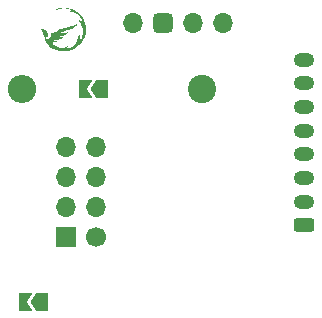
<source format=gbr>
%TF.GenerationSoftware,KiCad,Pcbnew,(6.0.7)*%
%TF.CreationDate,2022-11-20T15:50:49-05:00*%
%TF.ProjectId,CANBurner,43414e42-7572-46e6-9572-2e6b69636164,2.0*%
%TF.SameCoordinates,Original*%
%TF.FileFunction,Soldermask,Bot*%
%TF.FilePolarity,Negative*%
%FSLAX46Y46*%
G04 Gerber Fmt 4.6, Leading zero omitted, Abs format (unit mm)*
G04 Created by KiCad (PCBNEW (6.0.7)) date 2022-11-20 15:50:49*
%MOMM*%
%LPD*%
G01*
G04 APERTURE LIST*
G04 Aperture macros list*
%AMRoundRect*
0 Rectangle with rounded corners*
0 $1 Rounding radius*
0 $2 $3 $4 $5 $6 $7 $8 $9 X,Y pos of 4 corners*
0 Add a 4 corners polygon primitive as box body*
4,1,4,$2,$3,$4,$5,$6,$7,$8,$9,$2,$3,0*
0 Add four circle primitives for the rounded corners*
1,1,$1+$1,$2,$3*
1,1,$1+$1,$4,$5*
1,1,$1+$1,$6,$7*
1,1,$1+$1,$8,$9*
0 Add four rect primitives between the rounded corners*
20,1,$1+$1,$2,$3,$4,$5,0*
20,1,$1+$1,$4,$5,$6,$7,0*
20,1,$1+$1,$6,$7,$8,$9,0*
20,1,$1+$1,$8,$9,$2,$3,0*%
%AMFreePoly0*
4,1,6,1.000000,0.000000,0.500000,-0.750000,-0.500000,-0.750000,-0.500000,0.750000,0.500000,0.750000,1.000000,0.000000,1.000000,0.000000,$1*%
%AMFreePoly1*
4,1,6,0.500000,-0.750000,-0.650000,-0.750000,-0.150000,0.000000,-0.650000,0.750000,0.500000,0.750000,0.500000,-0.750000,0.500000,-0.750000,$1*%
G04 Aperture macros list end*
%ADD10O,1.700000X1.700000*%
%ADD11RoundRect,0.425000X-0.425000X0.425000X-0.425000X-0.425000X0.425000X-0.425000X0.425000X0.425000X0*%
%ADD12RoundRect,0.300000X0.575000X-0.300000X0.575000X0.300000X-0.575000X0.300000X-0.575000X-0.300000X0*%
%ADD13O,1.750000X1.200000*%
%ADD14C,2.400000*%
%ADD15O,2.400000X2.400000*%
%ADD16R,1.700000X1.700000*%
%ADD17C,1.700000*%
%ADD18FreePoly0,180.000000*%
%ADD19FreePoly1,180.000000*%
G04 APERTURE END LIST*
%TO.C,G\u002A\u002A\u002A*%
G36*
X71530419Y-21054503D02*
G01*
X71783220Y-21114928D01*
X71820207Y-21126978D01*
X72064387Y-21227488D01*
X72285774Y-21355810D01*
X72482793Y-21509483D01*
X72653867Y-21686047D01*
X72797421Y-21883041D01*
X72911879Y-22098006D01*
X72995665Y-22328480D01*
X73047202Y-22572003D01*
X73064916Y-22826114D01*
X73047229Y-23088354D01*
X73011760Y-23281338D01*
X72936040Y-23525837D01*
X72828316Y-23751093D01*
X72688394Y-23957496D01*
X72516076Y-24145436D01*
X72439779Y-24213851D01*
X72228246Y-24370101D01*
X71995127Y-24499618D01*
X71746347Y-24599400D01*
X71487830Y-24666445D01*
X71466952Y-24670066D01*
X71359980Y-24681347D01*
X71220050Y-24686406D01*
X71045184Y-24685328D01*
X70949636Y-24682913D01*
X70849038Y-24678655D01*
X70769825Y-24672195D01*
X70702863Y-24662447D01*
X70639018Y-24648327D01*
X70569156Y-24628748D01*
X70538233Y-24619237D01*
X70310163Y-24529902D01*
X70108621Y-24415190D01*
X69934508Y-24276086D01*
X69788727Y-24113574D01*
X69672182Y-23928639D01*
X69585773Y-23722266D01*
X69530405Y-23495440D01*
X69526815Y-23475502D01*
X69508354Y-23400373D01*
X69479455Y-23316983D01*
X69437125Y-23217427D01*
X69378372Y-23093800D01*
X69355063Y-23046692D01*
X69309361Y-22956170D01*
X69268766Y-22878076D01*
X69236993Y-22819499D01*
X69217760Y-22787525D01*
X69185827Y-22743106D01*
X69259799Y-22780691D01*
X69271308Y-22786254D01*
X69331622Y-22811524D01*
X69410084Y-22840604D01*
X69492754Y-22868253D01*
X69520543Y-22877197D01*
X69595532Y-22903352D01*
X69656967Y-22927574D01*
X69693677Y-22945564D01*
X69695497Y-22946788D01*
X69735566Y-22989280D01*
X69778470Y-23059592D01*
X69819752Y-23149311D01*
X69854957Y-23250025D01*
X69884660Y-23350138D01*
X69836559Y-23338066D01*
X69820585Y-23334276D01*
X69799322Y-23334514D01*
X69794495Y-23354040D01*
X69801234Y-23401612D01*
X69804184Y-23450428D01*
X69795984Y-23476476D01*
X69781064Y-23474491D01*
X69763962Y-23439823D01*
X69750653Y-23418075D01*
X69717942Y-23402415D01*
X69686242Y-23413979D01*
X69666545Y-23449925D01*
X69662580Y-23501710D01*
X69672722Y-23560561D01*
X69695347Y-23617703D01*
X69728827Y-23664362D01*
X69771540Y-23691764D01*
X69818703Y-23692387D01*
X69881365Y-23668384D01*
X69945191Y-23623934D01*
X69999990Y-23564706D01*
X70028940Y-23520929D01*
X70073899Y-23416306D01*
X70084666Y-23306993D01*
X70062492Y-23185396D01*
X70060794Y-23179282D01*
X70059884Y-23160820D01*
X70074100Y-23150390D01*
X70110871Y-23145231D01*
X70177621Y-23142581D01*
X70243376Y-23138227D01*
X70317310Y-23123796D01*
X70390142Y-23095781D01*
X70471450Y-23050308D01*
X70570816Y-22983500D01*
X70602014Y-22962530D01*
X70700903Y-22907248D01*
X70820411Y-22855620D01*
X70964719Y-22806156D01*
X71138005Y-22757368D01*
X71344448Y-22707764D01*
X71442879Y-22685393D01*
X71615558Y-22644539D01*
X71758225Y-22607839D01*
X71875424Y-22573638D01*
X71971700Y-22540281D01*
X72051597Y-22506113D01*
X72119659Y-22469479D01*
X72180431Y-22428725D01*
X72238457Y-22382195D01*
X72273484Y-22353624D01*
X72309885Y-22328120D01*
X72327386Y-22321682D01*
X72328520Y-22330460D01*
X72313867Y-22364170D01*
X72281966Y-22414920D01*
X72237911Y-22475833D01*
X72186796Y-22540028D01*
X72133713Y-22600626D01*
X72083757Y-22650747D01*
X72019463Y-22705339D01*
X71937851Y-22762940D01*
X71845842Y-22814577D01*
X71738119Y-22862577D01*
X71609367Y-22909266D01*
X71454271Y-22956971D01*
X71267515Y-23008019D01*
X71267406Y-23008048D01*
X71135565Y-23044728D01*
X71027303Y-23079297D01*
X70945907Y-23110496D01*
X70894660Y-23137068D01*
X70876848Y-23157751D01*
X70879879Y-23165545D01*
X70911301Y-23181182D01*
X70972763Y-23191394D01*
X71059230Y-23195564D01*
X71165666Y-23193075D01*
X71266065Y-23183991D01*
X71345558Y-23166526D01*
X71417070Y-23137536D01*
X71458970Y-23118409D01*
X71497799Y-23104942D01*
X71512784Y-23106012D01*
X71505540Y-23119973D01*
X71477823Y-23154271D01*
X71436461Y-23198178D01*
X71411214Y-23222088D01*
X71345558Y-23272935D01*
X71267441Y-23317403D01*
X71171903Y-23357404D01*
X71053980Y-23394847D01*
X70908709Y-23431644D01*
X70731128Y-23469703D01*
X70702076Y-23479858D01*
X70700333Y-23494136D01*
X70730099Y-23508566D01*
X70788392Y-23520503D01*
X70826230Y-23523128D01*
X70906001Y-23521263D01*
X70996879Y-23513378D01*
X71083373Y-23500972D01*
X71149993Y-23485542D01*
X71153203Y-23484581D01*
X71166079Y-23486242D01*
X71153879Y-23503447D01*
X71122247Y-23531805D01*
X71076826Y-23566926D01*
X71023258Y-23604418D01*
X70967187Y-23639892D01*
X70914256Y-23668957D01*
X70877064Y-23686882D01*
X70829983Y-23706537D01*
X70784334Y-23719276D01*
X70730407Y-23726868D01*
X70658493Y-23731080D01*
X70558881Y-23733682D01*
X70550450Y-23733864D01*
X70461787Y-23736897D01*
X70388136Y-23741388D01*
X70336961Y-23746760D01*
X70315729Y-23752438D01*
X70315184Y-23760251D01*
X70336464Y-23781780D01*
X70380685Y-23807027D01*
X70438935Y-23831935D01*
X70502304Y-23852446D01*
X70561882Y-23864505D01*
X70660804Y-23876221D01*
X70531383Y-23919878D01*
X70458522Y-23940744D01*
X70377215Y-23957221D01*
X70312086Y-23963535D01*
X70282005Y-23964251D01*
X70238129Y-23972439D01*
X70224338Y-23993299D01*
X70239629Y-24031213D01*
X70282997Y-24090560D01*
X70362825Y-24177546D01*
X70499374Y-24283305D01*
X70652697Y-24359889D01*
X70817934Y-24406546D01*
X70990222Y-24422524D01*
X71164702Y-24407073D01*
X71336512Y-24359439D01*
X71500792Y-24278872D01*
X71540372Y-24255992D01*
X71581149Y-24236147D01*
X71600419Y-24231975D01*
X71600761Y-24232483D01*
X71589697Y-24248548D01*
X71555762Y-24278570D01*
X71506847Y-24316641D01*
X71450841Y-24356855D01*
X71395637Y-24393305D01*
X71349124Y-24420085D01*
X71316285Y-24438209D01*
X71291678Y-24459297D01*
X71301836Y-24469754D01*
X71345965Y-24469184D01*
X71423270Y-24457189D01*
X71626193Y-24408002D01*
X71819421Y-24334667D01*
X71983490Y-24239486D01*
X72119867Y-24120869D01*
X72230023Y-23977223D01*
X72315427Y-23806958D01*
X72377548Y-23608483D01*
X72417856Y-23380207D01*
X72424309Y-23327895D01*
X72433163Y-23261264D01*
X72439950Y-23225432D01*
X72446244Y-23216339D01*
X72453620Y-23229927D01*
X72463651Y-23262135D01*
X72496647Y-23398348D01*
X72516029Y-23562208D01*
X72509758Y-23708836D01*
X72509662Y-23709508D01*
X72502663Y-23771542D01*
X72501277Y-23815752D01*
X72505808Y-23832607D01*
X72508342Y-23832221D01*
X72533456Y-23812738D01*
X72569344Y-23769786D01*
X72610127Y-23711651D01*
X72649929Y-23646621D01*
X72682870Y-23582982D01*
X72688718Y-23569908D01*
X72743800Y-23402047D01*
X72773044Y-23216114D01*
X72777525Y-23019320D01*
X72758314Y-22818878D01*
X72716485Y-22621999D01*
X72653109Y-22435895D01*
X72569260Y-22267779D01*
X72466009Y-22124863D01*
X72431593Y-22082353D01*
X72411802Y-22049366D01*
X72414675Y-22037025D01*
X72445396Y-22045231D01*
X72499462Y-22074465D01*
X72562473Y-22118532D01*
X72625023Y-22170735D01*
X72677708Y-22224374D01*
X72708682Y-22258149D01*
X72741249Y-22287276D01*
X72758347Y-22294014D01*
X72762765Y-22284567D01*
X72758736Y-22244101D01*
X72738067Y-22182236D01*
X72704003Y-22105426D01*
X72659790Y-22020123D01*
X72608674Y-21932781D01*
X72553900Y-21849854D01*
X72498715Y-21777794D01*
X72412363Y-21685493D01*
X72265507Y-21563591D01*
X72104792Y-21465956D01*
X71936301Y-21395499D01*
X71766117Y-21355130D01*
X71600322Y-21347763D01*
X71582178Y-21348701D01*
X71529863Y-21347551D01*
X71510292Y-21339816D01*
X71520587Y-21327390D01*
X71557874Y-21312166D01*
X71619275Y-21296036D01*
X71701916Y-21280894D01*
X71858807Y-21257069D01*
X71774639Y-21218201D01*
X71675512Y-21179230D01*
X71542738Y-21141152D01*
X71399498Y-21111866D01*
X71254776Y-21092528D01*
X71117556Y-21084295D01*
X70996820Y-21088325D01*
X70901552Y-21105774D01*
X70873779Y-21113736D01*
X70806875Y-21129069D01*
X70753693Y-21136477D01*
X70751728Y-21136596D01*
X70703752Y-21144734D01*
X70635635Y-21162096D01*
X70561451Y-21185120D01*
X70543394Y-21191179D01*
X70477701Y-21211145D01*
X70444207Y-21217711D01*
X70441349Y-21212535D01*
X70467566Y-21197276D01*
X70521296Y-21173591D01*
X70600978Y-21143140D01*
X70759537Y-21093425D01*
X71015825Y-21043817D01*
X71273704Y-21030821D01*
X71530419Y-21054503D01*
G37*
%TD*%
D10*
%TO.C,I\u00B2C*%
X84619469Y-22330407D03*
X82079469Y-22330407D03*
D11*
X79539469Y-22330407D03*
D10*
X76999469Y-22330407D03*
%TD*%
D12*
%TO.C,Toolboard*%
X91540000Y-39445000D03*
D13*
X91540000Y-37445000D03*
X91540000Y-35445000D03*
X91540000Y-33445000D03*
X91540000Y-31445000D03*
X91540000Y-29445000D03*
X91540000Y-27445000D03*
X91540000Y-25445000D03*
%TD*%
D14*
%TO.C,HEF Resistor*%
X82850000Y-27940000D03*
D15*
X67610000Y-27940000D03*
%TD*%
D10*
%TO.C,J1*%
X71341315Y-32825026D03*
X73881315Y-32825026D03*
X71341315Y-35365026D03*
X73881315Y-35365026D03*
X71341315Y-37905026D03*
X73881315Y-37905026D03*
D16*
X71341315Y-40445026D03*
D17*
X73881315Y-40445026D03*
%TD*%
D18*
%TO.C,Bypass*%
X74385000Y-27925000D03*
D19*
X72935000Y-27925000D03*
%TD*%
D18*
%TO.C,LED Bypass*%
X69305000Y-45910000D03*
D19*
X67855000Y-45910000D03*
%TD*%
M02*

</source>
